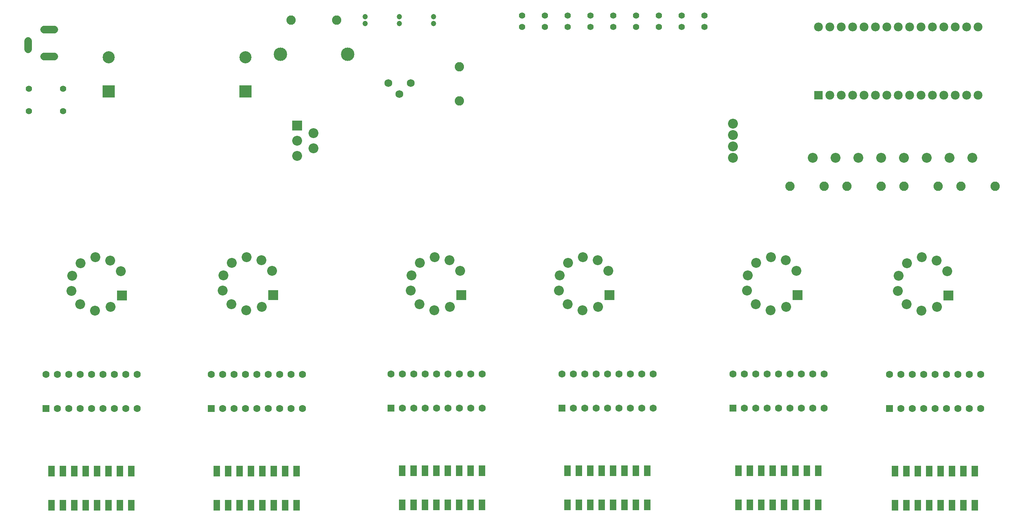
<source format=gts>
G04 Layer: TopSolderMaskLayer*
G04 EasyEDA v6.1.52, Wed, 14 Aug 2019 16:00:45 GMT*
G04 61fb33ea13684dee95186c9376e4e459,bc0df6a87cf9400f99ff9c89e133bbb9,10*
G04 Gerber Generator version 0.2*
G04 Scale: 100 percent, Rotated: No, Reflected: No *
G04 Dimensions in millimeters *
G04 leading zeros omitted , absolute positions ,3 integer and 3 decimal *
%FSLAX33Y33*%
%MOMM*%
G90*
G71D02*

%ADD26C,1.397000*%
%ADD37C,1.703197*%
%ADD39C,2.703195*%
%ADD40C,1.403096*%
%ADD42C,2.203196*%
%ADD43C,1.203198*%
%ADD44C,1.727200*%
%ADD45C,2.082800*%
%ADD46C,3.003194*%
%ADD47R,1.981200X1.981200*%
%ADD48C,1.981200*%
%ADD50R,1.600200X1.600200*%
%ADD51C,1.600200*%

%LPD*%
G54D37*
G01X10079Y110284D02*
G01X7779Y110284D01*
G01X7779Y116283D02*
G01X10079Y116283D01*
G01X4278Y111833D02*
G01X4278Y113733D01*
G36*
G01X51300Y101125D02*
G01X51300Y103830D01*
G01X54005Y103830D01*
G01X54005Y101125D01*
G01X51300Y101125D01*
G37*
G36*
G01X20820Y101125D02*
G01X20820Y103830D01*
G01X23525Y103830D01*
G01X23525Y101125D01*
G01X20820Y101125D01*
G37*
G54D39*
G01X52652Y110097D03*
G01X22172Y110097D03*
G54D40*
G01X12065Y103083D03*
G01X12065Y98084D03*
G01X4445Y103083D03*
G01X4445Y98084D03*
G36*
G01X63139Y93723D02*
G01X63139Y95928D01*
G01X65341Y95928D01*
G01X65341Y93723D01*
G01X63139Y93723D01*
G37*
G54D42*
G01X67839Y93134D03*
G01X64240Y91440D03*
G01X67839Y89745D03*
G01X64240Y88054D03*
G54D43*
G01X86995Y119114D03*
G01X86995Y117613D03*
G01X79375Y119114D03*
G01X79375Y117613D03*
G54D44*
G01X86995Y101874D03*
G01X84495Y104373D03*
G01X89495Y104373D03*
G54D45*
G01X100330Y100330D03*
G01X100330Y107950D03*
G01X62865Y118364D03*
G01X73025Y118364D03*
G54D46*
G01X75445Y110744D03*
G01X60444Y110744D03*
G54D47*
G01X180340Y101600D03*
G54D48*
G01X182880Y101600D03*
G01X185420Y101600D03*
G01X187960Y101600D03*
G01X190500Y101600D03*
G01X193040Y101600D03*
G01X195580Y101600D03*
G01X198120Y101600D03*
G01X200660Y101600D03*
G01X203200Y101600D03*
G01X205740Y101600D03*
G01X208280Y101600D03*
G01X210820Y101600D03*
G01X213360Y101600D03*
G01X215900Y101600D03*
G01X180340Y116840D03*
G01X182880Y116840D03*
G01X185420Y116840D03*
G01X187960Y116840D03*
G01X190500Y116840D03*
G01X193040Y116840D03*
G01X195580Y116840D03*
G01X198120Y116840D03*
G01X200660Y116840D03*
G01X203200Y116840D03*
G01X205740Y116840D03*
G01X208280Y116840D03*
G01X210820Y116840D03*
G01X213360Y116840D03*
G01X215900Y116840D03*
G54D42*
G01X161290Y95250D03*
G01X161290Y92710D03*
G01X161290Y90170D03*
G01X161290Y87630D03*
G54D45*
G01X181610Y81280D03*
G01X173990Y81280D03*
G01X194310Y81280D03*
G01X186690Y81280D03*
G01X207010Y81280D03*
G01X199390Y81280D03*
G01X212090Y81280D03*
G01X219710Y81280D03*
G54D42*
G01X179070Y87630D03*
G01X184150Y87630D03*
G01X199390Y87630D03*
G01X204470Y87630D03*
G01X189230Y87630D03*
G01X194310Y87630D03*
G01X209550Y87630D03*
G01X214630Y87630D03*
G36*
G01X196743Y8928D02*
G01X196743Y11313D01*
G01X198158Y11313D01*
G01X198158Y8928D01*
G01X196743Y8928D01*
G37*
G36*
G01X199283Y8928D02*
G01X199283Y11313D01*
G01X200698Y11313D01*
G01X200698Y8928D01*
G01X199283Y8928D01*
G37*
G36*
G01X201823Y8928D02*
G01X201823Y11313D01*
G01X203238Y11313D01*
G01X203238Y8928D01*
G01X201823Y8928D01*
G37*
G36*
G01X204363Y8928D02*
G01X204363Y11313D01*
G01X205778Y11313D01*
G01X205778Y8928D01*
G01X204363Y8928D01*
G37*
G36*
G01X206903Y8928D02*
G01X206903Y11313D01*
G01X208318Y11313D01*
G01X208318Y8928D01*
G01X206903Y8928D01*
G37*
G36*
G01X209443Y8928D02*
G01X209443Y11313D01*
G01X210858Y11313D01*
G01X210858Y8928D01*
G01X209443Y8928D01*
G37*
G36*
G01X211983Y8928D02*
G01X211983Y11313D01*
G01X213398Y11313D01*
G01X213398Y8928D01*
G01X211983Y8928D01*
G37*
G36*
G01X214523Y8928D02*
G01X214523Y11313D01*
G01X215938Y11313D01*
G01X215938Y8928D01*
G01X214523Y8928D01*
G37*
G36*
G01X214523Y16548D02*
G01X214523Y18933D01*
G01X215938Y18933D01*
G01X215938Y16548D01*
G01X214523Y16548D01*
G37*
G36*
G01X211983Y16548D02*
G01X211983Y18933D01*
G01X213398Y18933D01*
G01X213398Y16548D01*
G01X211983Y16548D01*
G37*
G36*
G01X209443Y16548D02*
G01X209443Y18933D01*
G01X210858Y18933D01*
G01X210858Y16548D01*
G01X209443Y16548D01*
G37*
G36*
G01X206903Y16548D02*
G01X206903Y18933D01*
G01X208318Y18933D01*
G01X208318Y16548D01*
G01X206903Y16548D01*
G37*
G36*
G01X204363Y16548D02*
G01X204363Y18933D01*
G01X205778Y18933D01*
G01X205778Y16548D01*
G01X204363Y16548D01*
G37*
G36*
G01X201823Y16548D02*
G01X201823Y18933D01*
G01X203238Y18933D01*
G01X203238Y16548D01*
G01X201823Y16548D01*
G37*
G36*
G01X199283Y16548D02*
G01X199283Y18933D01*
G01X200698Y18933D01*
G01X200698Y16548D01*
G01X199283Y16548D01*
G37*
G36*
G01X196743Y16548D02*
G01X196743Y18933D01*
G01X198158Y18933D01*
G01X198158Y16548D01*
G01X196743Y16548D01*
G37*
G54D50*
G01X196179Y31709D03*
G54D51*
G01X198719Y31709D03*
G01X201259Y31709D03*
G01X203799Y31709D03*
G01X206339Y31709D03*
G01X208879Y31709D03*
G01X211419Y31709D03*
G01X213959Y31709D03*
G01X216499Y31709D03*
G01X216499Y39329D03*
G01X213959Y39329D03*
G01X211419Y39329D03*
G01X208879Y39329D03*
G01X206339Y39329D03*
G01X203799Y39329D03*
G01X201259Y39329D03*
G01X198719Y39329D03*
G01X196179Y39329D03*
G36*
G01X132669Y55887D02*
G01X132669Y58092D01*
G01X134871Y58092D01*
G01X134871Y55887D01*
G01X132669Y55887D01*
G37*
G54D42*
G01X131269Y54390D03*
G01X127769Y53589D03*
G01X124469Y54989D03*
G01X122570Y57989D03*
G01X122670Y61390D03*
G01X124569Y64190D03*
G01X127869Y65490D03*
G01X131170Y64789D03*
G01X133569Y62390D03*
G36*
G01X123753Y8966D02*
G01X123753Y11351D01*
G01X125168Y11351D01*
G01X125168Y8966D01*
G01X123753Y8966D01*
G37*
G36*
G01X126293Y8966D02*
G01X126293Y11351D01*
G01X127708Y11351D01*
G01X127708Y8966D01*
G01X126293Y8966D01*
G37*
G36*
G01X128833Y8966D02*
G01X128833Y11351D01*
G01X130248Y11351D01*
G01X130248Y8966D01*
G01X128833Y8966D01*
G37*
G36*
G01X131373Y8966D02*
G01X131373Y11351D01*
G01X132788Y11351D01*
G01X132788Y8966D01*
G01X131373Y8966D01*
G37*
G36*
G01X133913Y8966D02*
G01X133913Y11351D01*
G01X135328Y11351D01*
G01X135328Y8966D01*
G01X133913Y8966D01*
G37*
G36*
G01X136453Y8966D02*
G01X136453Y11351D01*
G01X137868Y11351D01*
G01X137868Y8966D01*
G01X136453Y8966D01*
G37*
G36*
G01X138993Y8966D02*
G01X138993Y11351D01*
G01X140408Y11351D01*
G01X140408Y8966D01*
G01X138993Y8966D01*
G37*
G36*
G01X141533Y8966D02*
G01X141533Y11351D01*
G01X142948Y11351D01*
G01X142948Y8966D01*
G01X141533Y8966D01*
G37*
G36*
G01X141533Y16586D02*
G01X141533Y18971D01*
G01X142948Y18971D01*
G01X142948Y16586D01*
G01X141533Y16586D01*
G37*
G36*
G01X138993Y16586D02*
G01X138993Y18971D01*
G01X140408Y18971D01*
G01X140408Y16586D01*
G01X138993Y16586D01*
G37*
G36*
G01X136453Y16586D02*
G01X136453Y18971D01*
G01X137868Y18971D01*
G01X137868Y16586D01*
G01X136453Y16586D01*
G37*
G36*
G01X133913Y16586D02*
G01X133913Y18971D01*
G01X135328Y18971D01*
G01X135328Y16586D01*
G01X133913Y16586D01*
G37*
G36*
G01X131373Y16586D02*
G01X131373Y18971D01*
G01X132788Y18971D01*
G01X132788Y16586D01*
G01X131373Y16586D01*
G37*
G36*
G01X128833Y16586D02*
G01X128833Y18971D01*
G01X130248Y18971D01*
G01X130248Y16586D01*
G01X128833Y16586D01*
G37*
G36*
G01X126293Y16586D02*
G01X126293Y18971D01*
G01X127708Y18971D01*
G01X127708Y16586D01*
G01X126293Y16586D01*
G37*
G36*
G01X123753Y16586D02*
G01X123753Y18971D01*
G01X125168Y18971D01*
G01X125168Y16586D01*
G01X123753Y16586D01*
G37*
G54D50*
G01X123190Y31750D03*
G54D51*
G01X125730Y31750D03*
G01X128270Y31750D03*
G01X130810Y31750D03*
G01X133350Y31750D03*
G01X135890Y31750D03*
G01X138430Y31750D03*
G01X140970Y31750D03*
G01X143510Y31750D03*
G01X143510Y39370D03*
G01X140970Y39370D03*
G01X138430Y39370D03*
G01X135890Y39370D03*
G01X133350Y39370D03*
G01X130810Y39370D03*
G01X128270Y39370D03*
G01X125730Y39370D03*
G01X123190Y39370D03*
G36*
G01X57739Y55887D02*
G01X57739Y58092D01*
G01X59941Y58092D01*
G01X59941Y55887D01*
G01X57739Y55887D01*
G37*
G54D42*
G01X56339Y54390D03*
G01X52839Y53589D03*
G01X49539Y54989D03*
G01X47640Y57989D03*
G01X47740Y61390D03*
G01X49639Y64190D03*
G01X52939Y65490D03*
G01X56240Y64789D03*
G01X58639Y62390D03*
G36*
G01X45613Y8928D02*
G01X45613Y11313D01*
G01X47028Y11313D01*
G01X47028Y8928D01*
G01X45613Y8928D01*
G37*
G36*
G01X48153Y8928D02*
G01X48153Y11313D01*
G01X49568Y11313D01*
G01X49568Y8928D01*
G01X48153Y8928D01*
G37*
G36*
G01X50693Y8928D02*
G01X50693Y11313D01*
G01X52108Y11313D01*
G01X52108Y8928D01*
G01X50693Y8928D01*
G37*
G36*
G01X53233Y8928D02*
G01X53233Y11313D01*
G01X54648Y11313D01*
G01X54648Y8928D01*
G01X53233Y8928D01*
G37*
G36*
G01X55773Y8928D02*
G01X55773Y11313D01*
G01X57188Y11313D01*
G01X57188Y8928D01*
G01X55773Y8928D01*
G37*
G36*
G01X58313Y8928D02*
G01X58313Y11313D01*
G01X59728Y11313D01*
G01X59728Y8928D01*
G01X58313Y8928D01*
G37*
G36*
G01X60853Y8928D02*
G01X60853Y11313D01*
G01X62268Y11313D01*
G01X62268Y8928D01*
G01X60853Y8928D01*
G37*
G36*
G01X63393Y8928D02*
G01X63393Y11313D01*
G01X64808Y11313D01*
G01X64808Y8928D01*
G01X63393Y8928D01*
G37*
G36*
G01X63393Y16548D02*
G01X63393Y18933D01*
G01X64808Y18933D01*
G01X64808Y16548D01*
G01X63393Y16548D01*
G37*
G36*
G01X60853Y16548D02*
G01X60853Y18933D01*
G01X62268Y18933D01*
G01X62268Y16548D01*
G01X60853Y16548D01*
G37*
G36*
G01X58313Y16548D02*
G01X58313Y18933D01*
G01X59728Y18933D01*
G01X59728Y16548D01*
G01X58313Y16548D01*
G37*
G36*
G01X55773Y16548D02*
G01X55773Y18933D01*
G01X57188Y18933D01*
G01X57188Y16548D01*
G01X55773Y16548D01*
G37*
G36*
G01X53233Y16548D02*
G01X53233Y18933D01*
G01X54648Y18933D01*
G01X54648Y16548D01*
G01X53233Y16548D01*
G37*
G36*
G01X50693Y16548D02*
G01X50693Y18933D01*
G01X52108Y18933D01*
G01X52108Y16548D01*
G01X50693Y16548D01*
G37*
G36*
G01X48153Y16548D02*
G01X48153Y18933D01*
G01X49568Y18933D01*
G01X49568Y16548D01*
G01X48153Y16548D01*
G37*
G36*
G01X45613Y16548D02*
G01X45613Y18933D01*
G01X47028Y18933D01*
G01X47028Y16548D01*
G01X45613Y16548D01*
G37*
G54D50*
G01X45049Y31709D03*
G54D51*
G01X47589Y31709D03*
G01X50129Y31709D03*
G01X52669Y31709D03*
G01X55209Y31709D03*
G01X57749Y31709D03*
G01X60289Y31709D03*
G01X62829Y31709D03*
G01X65369Y31709D03*
G01X65369Y39329D03*
G01X62829Y39329D03*
G01X60289Y39329D03*
G01X57749Y39329D03*
G01X55209Y39329D03*
G01X52669Y39329D03*
G01X50129Y39329D03*
G01X47589Y39329D03*
G01X45049Y39329D03*
G36*
G01X174579Y55887D02*
G01X174579Y58092D01*
G01X176781Y58092D01*
G01X176781Y55887D01*
G01X174579Y55887D01*
G37*
G54D42*
G01X173179Y54390D03*
G01X169679Y53589D03*
G01X166379Y54989D03*
G01X164480Y57989D03*
G01X164580Y61390D03*
G01X166479Y64190D03*
G01X169779Y65490D03*
G01X173080Y64789D03*
G01X175479Y62390D03*
G36*
G01X161853Y8966D02*
G01X161853Y11351D01*
G01X163268Y11351D01*
G01X163268Y8966D01*
G01X161853Y8966D01*
G37*
G36*
G01X164393Y8966D02*
G01X164393Y11351D01*
G01X165808Y11351D01*
G01X165808Y8966D01*
G01X164393Y8966D01*
G37*
G36*
G01X166933Y8966D02*
G01X166933Y11351D01*
G01X168348Y11351D01*
G01X168348Y8966D01*
G01X166933Y8966D01*
G37*
G36*
G01X169473Y8966D02*
G01X169473Y11351D01*
G01X170888Y11351D01*
G01X170888Y8966D01*
G01X169473Y8966D01*
G37*
G36*
G01X172013Y8966D02*
G01X172013Y11351D01*
G01X173428Y11351D01*
G01X173428Y8966D01*
G01X172013Y8966D01*
G37*
G36*
G01X174553Y8966D02*
G01X174553Y11351D01*
G01X175968Y11351D01*
G01X175968Y8966D01*
G01X174553Y8966D01*
G37*
G36*
G01X177093Y8966D02*
G01X177093Y11351D01*
G01X178508Y11351D01*
G01X178508Y8966D01*
G01X177093Y8966D01*
G37*
G36*
G01X179633Y8966D02*
G01X179633Y11351D01*
G01X181048Y11351D01*
G01X181048Y8966D01*
G01X179633Y8966D01*
G37*
G36*
G01X179633Y16586D02*
G01X179633Y18971D01*
G01X181048Y18971D01*
G01X181048Y16586D01*
G01X179633Y16586D01*
G37*
G36*
G01X177093Y16586D02*
G01X177093Y18971D01*
G01X178508Y18971D01*
G01X178508Y16586D01*
G01X177093Y16586D01*
G37*
G36*
G01X174553Y16586D02*
G01X174553Y18971D01*
G01X175968Y18971D01*
G01X175968Y16586D01*
G01X174553Y16586D01*
G37*
G36*
G01X172013Y16586D02*
G01X172013Y18971D01*
G01X173428Y18971D01*
G01X173428Y16586D01*
G01X172013Y16586D01*
G37*
G36*
G01X169473Y16586D02*
G01X169473Y18971D01*
G01X170888Y18971D01*
G01X170888Y16586D01*
G01X169473Y16586D01*
G37*
G36*
G01X166933Y16586D02*
G01X166933Y18971D01*
G01X168348Y18971D01*
G01X168348Y16586D01*
G01X166933Y16586D01*
G37*
G36*
G01X164393Y16586D02*
G01X164393Y18971D01*
G01X165808Y18971D01*
G01X165808Y16586D01*
G01X164393Y16586D01*
G37*
G36*
G01X161853Y16586D02*
G01X161853Y18971D01*
G01X163268Y18971D01*
G01X163268Y16586D01*
G01X161853Y16586D01*
G37*
G54D50*
G01X161290Y31750D03*
G54D51*
G01X163830Y31750D03*
G01X166370Y31750D03*
G01X168910Y31750D03*
G01X171450Y31750D03*
G01X173990Y31750D03*
G01X176530Y31750D03*
G01X179070Y31750D03*
G01X181610Y31750D03*
G01X181610Y39370D03*
G01X179070Y39370D03*
G01X176530Y39370D03*
G01X173990Y39370D03*
G01X171450Y39370D03*
G01X168910Y39370D03*
G01X166370Y39370D03*
G01X163830Y39370D03*
G01X161290Y39370D03*
G36*
G01X99649Y55887D02*
G01X99649Y58092D01*
G01X101851Y58092D01*
G01X101851Y55887D01*
G01X99649Y55887D01*
G37*
G54D42*
G01X98249Y54390D03*
G01X94749Y53589D03*
G01X91449Y54989D03*
G01X89550Y57989D03*
G01X89650Y61390D03*
G01X91549Y64190D03*
G01X94849Y65490D03*
G01X98150Y64789D03*
G01X100549Y62390D03*
G36*
G01X86923Y8966D02*
G01X86923Y11351D01*
G01X88338Y11351D01*
G01X88338Y8966D01*
G01X86923Y8966D01*
G37*
G36*
G01X89463Y8966D02*
G01X89463Y11351D01*
G01X90878Y11351D01*
G01X90878Y8966D01*
G01X89463Y8966D01*
G37*
G36*
G01X92003Y8966D02*
G01X92003Y11351D01*
G01X93418Y11351D01*
G01X93418Y8966D01*
G01X92003Y8966D01*
G37*
G36*
G01X94543Y8966D02*
G01X94543Y11351D01*
G01X95958Y11351D01*
G01X95958Y8966D01*
G01X94543Y8966D01*
G37*
G36*
G01X97083Y8966D02*
G01X97083Y11351D01*
G01X98498Y11351D01*
G01X98498Y8966D01*
G01X97083Y8966D01*
G37*
G36*
G01X99623Y8966D02*
G01X99623Y11351D01*
G01X101038Y11351D01*
G01X101038Y8966D01*
G01X99623Y8966D01*
G37*
G36*
G01X102163Y8966D02*
G01X102163Y11351D01*
G01X103578Y11351D01*
G01X103578Y8966D01*
G01X102163Y8966D01*
G37*
G36*
G01X104703Y8966D02*
G01X104703Y11351D01*
G01X106118Y11351D01*
G01X106118Y8966D01*
G01X104703Y8966D01*
G37*
G36*
G01X104703Y16586D02*
G01X104703Y18971D01*
G01X106118Y18971D01*
G01X106118Y16586D01*
G01X104703Y16586D01*
G37*
G36*
G01X102163Y16586D02*
G01X102163Y18971D01*
G01X103578Y18971D01*
G01X103578Y16586D01*
G01X102163Y16586D01*
G37*
G36*
G01X99623Y16586D02*
G01X99623Y18971D01*
G01X101038Y18971D01*
G01X101038Y16586D01*
G01X99623Y16586D01*
G37*
G36*
G01X97083Y16586D02*
G01X97083Y18971D01*
G01X98498Y18971D01*
G01X98498Y16586D01*
G01X97083Y16586D01*
G37*
G36*
G01X94543Y16586D02*
G01X94543Y18971D01*
G01X95958Y18971D01*
G01X95958Y16586D01*
G01X94543Y16586D01*
G37*
G36*
G01X92003Y16586D02*
G01X92003Y18971D01*
G01X93418Y18971D01*
G01X93418Y16586D01*
G01X92003Y16586D01*
G37*
G36*
G01X89463Y16586D02*
G01X89463Y18971D01*
G01X90878Y18971D01*
G01X90878Y16586D01*
G01X89463Y16586D01*
G37*
G36*
G01X86923Y16586D02*
G01X86923Y18971D01*
G01X88338Y18971D01*
G01X88338Y16586D01*
G01X86923Y16586D01*
G37*
G54D50*
G01X85090Y31750D03*
G54D51*
G01X87630Y31750D03*
G01X90170Y31750D03*
G01X92710Y31750D03*
G01X95250Y31750D03*
G01X97790Y31750D03*
G01X100330Y31750D03*
G01X102870Y31750D03*
G01X105410Y31750D03*
G01X105410Y39370D03*
G01X102870Y39370D03*
G01X100330Y39370D03*
G01X97790Y39370D03*
G01X95250Y39370D03*
G01X92710Y39370D03*
G01X90170Y39370D03*
G01X87630Y39370D03*
G01X85090Y39370D03*
G36*
G01X24048Y55849D02*
G01X24048Y58051D01*
G01X26250Y58051D01*
G01X26250Y55849D01*
G01X24048Y55849D01*
G37*
G54D42*
G01X22649Y54349D03*
G01X19149Y53549D03*
G01X15849Y54949D03*
G01X13950Y57949D03*
G01X14050Y61349D03*
G01X15949Y64149D03*
G01X19249Y65449D03*
G01X22550Y64749D03*
G01X24949Y62349D03*
G36*
G01X8783Y8928D02*
G01X8783Y11313D01*
G01X10198Y11313D01*
G01X10198Y8928D01*
G01X8783Y8928D01*
G37*
G36*
G01X11323Y8928D02*
G01X11323Y11313D01*
G01X12738Y11313D01*
G01X12738Y8928D01*
G01X11323Y8928D01*
G37*
G36*
G01X13863Y8928D02*
G01X13863Y11313D01*
G01X15278Y11313D01*
G01X15278Y8928D01*
G01X13863Y8928D01*
G37*
G36*
G01X16403Y8928D02*
G01X16403Y11313D01*
G01X17818Y11313D01*
G01X17818Y8928D01*
G01X16403Y8928D01*
G37*
G36*
G01X18943Y8928D02*
G01X18943Y11313D01*
G01X20358Y11313D01*
G01X20358Y8928D01*
G01X18943Y8928D01*
G37*
G36*
G01X21483Y8928D02*
G01X21483Y11313D01*
G01X22898Y11313D01*
G01X22898Y8928D01*
G01X21483Y8928D01*
G37*
G36*
G01X24023Y8928D02*
G01X24023Y11313D01*
G01X25438Y11313D01*
G01X25438Y8928D01*
G01X24023Y8928D01*
G37*
G36*
G01X26563Y8928D02*
G01X26563Y11313D01*
G01X27978Y11313D01*
G01X27978Y8928D01*
G01X26563Y8928D01*
G37*
G36*
G01X26563Y16548D02*
G01X26563Y18933D01*
G01X27978Y18933D01*
G01X27978Y16548D01*
G01X26563Y16548D01*
G37*
G36*
G01X24023Y16548D02*
G01X24023Y18933D01*
G01X25438Y18933D01*
G01X25438Y16548D01*
G01X24023Y16548D01*
G37*
G36*
G01X21483Y16548D02*
G01X21483Y18933D01*
G01X22898Y18933D01*
G01X22898Y16548D01*
G01X21483Y16548D01*
G37*
G36*
G01X18943Y16548D02*
G01X18943Y18933D01*
G01X20358Y18933D01*
G01X20358Y16548D01*
G01X18943Y16548D01*
G37*
G36*
G01X16403Y16548D02*
G01X16403Y18933D01*
G01X17818Y18933D01*
G01X17818Y16548D01*
G01X16403Y16548D01*
G37*
G36*
G01X13863Y16548D02*
G01X13863Y18933D01*
G01X15278Y18933D01*
G01X15278Y16548D01*
G01X13863Y16548D01*
G37*
G36*
G01X11323Y16548D02*
G01X11323Y18933D01*
G01X12738Y18933D01*
G01X12738Y16548D01*
G01X11323Y16548D01*
G37*
G36*
G01X8783Y16548D02*
G01X8783Y18933D01*
G01X10198Y18933D01*
G01X10198Y16548D01*
G01X8783Y16548D01*
G37*
G54D50*
G01X8219Y31709D03*
G54D51*
G01X10759Y31709D03*
G01X13299Y31709D03*
G01X15839Y31709D03*
G01X18379Y31709D03*
G01X20919Y31709D03*
G01X23459Y31709D03*
G01X25999Y31709D03*
G01X28539Y31709D03*
G01X28539Y39329D03*
G01X25999Y39329D03*
G01X23459Y39329D03*
G01X20919Y39329D03*
G01X18379Y39329D03*
G01X15839Y39329D03*
G01X13299Y39329D03*
G01X10759Y39329D03*
G01X8219Y39329D03*
G54D43*
G01X94615Y119114D03*
G01X94615Y117613D03*
G54D26*
G01X154940Y119380D03*
G01X154940Y116840D03*
G01X149860Y119380D03*
G01X149860Y116840D03*
G01X144780Y119380D03*
G01X144780Y116840D03*
G01X139700Y119380D03*
G01X139700Y116840D03*
G01X134620Y119380D03*
G01X134620Y116840D03*
G01X129540Y119380D03*
G01X129540Y116840D03*
G01X124460Y119380D03*
G01X124460Y116840D03*
G01X119380Y119380D03*
G01X119380Y116840D03*
G01X114300Y119380D03*
G01X114300Y116840D03*
G36*
G01X208198Y55849D02*
G01X208198Y58051D01*
G01X210400Y58051D01*
G01X210400Y55849D01*
G01X208198Y55849D01*
G37*
G54D42*
G01X206799Y54349D03*
G01X203299Y53549D03*
G01X199999Y54949D03*
G01X198100Y57949D03*
G01X198200Y61349D03*
G01X200099Y64149D03*
G01X203399Y65449D03*
G01X206700Y64749D03*
G01X209099Y62349D03*
M00*
M02*

</source>
